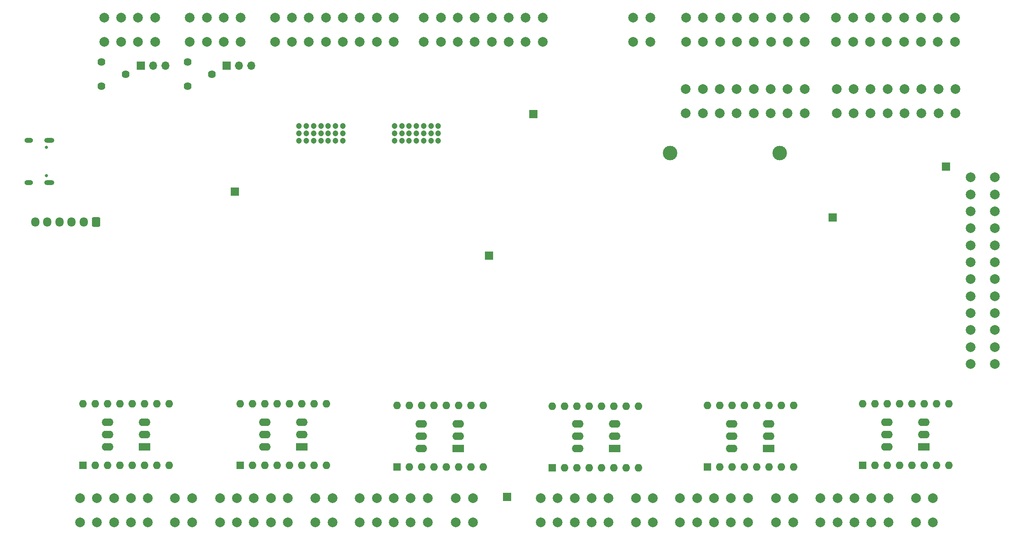
<source format=gbs>
G04 #@! TF.GenerationSoftware,KiCad,Pcbnew,8.0.2*
G04 #@! TF.CreationDate,2024-05-03T17:38:01+02:00*
G04 #@! TF.ProjectId,FluidNC,466c7569-644e-4432-9e6b-696361645f70,rev?*
G04 #@! TF.SameCoordinates,Original*
G04 #@! TF.FileFunction,Soldermask,Bot*
G04 #@! TF.FilePolarity,Negative*
%FSLAX46Y46*%
G04 Gerber Fmt 4.6, Leading zero omitted, Abs format (unit mm)*
G04 Created by KiCad (PCBNEW 8.0.2) date 2024-05-03 17:38:01*
%MOMM*%
%LPD*%
G01*
G04 APERTURE LIST*
G04 Aperture macros list*
%AMRoundRect*
0 Rectangle with rounded corners*
0 $1 Rounding radius*
0 $2 $3 $4 $5 $6 $7 $8 $9 X,Y pos of 4 corners*
0 Add a 4 corners polygon primitive as box body*
4,1,4,$2,$3,$4,$5,$6,$7,$8,$9,$2,$3,0*
0 Add four circle primitives for the rounded corners*
1,1,$1+$1,$2,$3*
1,1,$1+$1,$4,$5*
1,1,$1+$1,$6,$7*
1,1,$1+$1,$8,$9*
0 Add four rect primitives between the rounded corners*
20,1,$1+$1,$2,$3,$4,$5,0*
20,1,$1+$1,$4,$5,$6,$7,0*
20,1,$1+$1,$6,$7,$8,$9,0*
20,1,$1+$1,$8,$9,$2,$3,0*%
G04 Aperture macros list end*
%ADD10C,2.000000*%
%ADD11C,0.650000*%
%ADD12O,2.100000X1.000000*%
%ADD13O,1.800000X1.000000*%
%ADD14C,1.620000*%
%ADD15C,1.200000*%
%ADD16R,2.400000X1.600000*%
%ADD17O,2.400000X1.600000*%
%ADD18R,1.600000X1.600000*%
%ADD19O,1.600000X1.600000*%
%ADD20RoundRect,0.250000X0.600000X0.725000X-0.600000X0.725000X-0.600000X-0.725000X0.600000X-0.725000X0*%
%ADD21O,1.700000X1.950000*%
%ADD22R,1.700000X1.700000*%
%ADD23C,3.000000*%
%ADD24O,1.700000X1.700000*%
G04 APERTURE END LIST*
D10*
X77104000Y-12620000D03*
X77104000Y-7620000D03*
X73604000Y-12620000D03*
X73604000Y-7620000D03*
X70104000Y-12620000D03*
X70104000Y-7620000D03*
X66604000Y-12620000D03*
X66604000Y-7620000D03*
X63104000Y-12620000D03*
X63104000Y-7620000D03*
X59604000Y-12620000D03*
X59604000Y-7620000D03*
X56104000Y-12620000D03*
X56104000Y-7620000D03*
X52604000Y-12620000D03*
X52604000Y-7620000D03*
X12416000Y-106760000D03*
X12416000Y-111760000D03*
X15916000Y-106760000D03*
X15916000Y-111760000D03*
X19416000Y-106760000D03*
X19416000Y-111760000D03*
X22916000Y-106760000D03*
X22916000Y-111760000D03*
X26416000Y-106760000D03*
X26416000Y-111760000D03*
D11*
X5505500Y-34420000D03*
X5505500Y-40200000D03*
D12*
X6025500Y-32990000D03*
D13*
X1825500Y-32990000D03*
D12*
X6025500Y-41630000D03*
D13*
X1825500Y-41630000D03*
D10*
X107412000Y-106760000D03*
X107412000Y-111760000D03*
X110912000Y-106760000D03*
X110912000Y-111760000D03*
X114412000Y-106760000D03*
X114412000Y-111760000D03*
X117912000Y-106760000D03*
X117912000Y-111760000D03*
X121412000Y-106760000D03*
X121412000Y-111760000D03*
D14*
X34624000Y-21804000D03*
X39624000Y-19304000D03*
X34624000Y-16804000D03*
D10*
X70104000Y-106760000D03*
X70104000Y-111760000D03*
X73604000Y-106760000D03*
X73604000Y-111760000D03*
X77104000Y-106760000D03*
X77104000Y-111760000D03*
X80604000Y-106760000D03*
X80604000Y-111760000D03*
X84104000Y-106760000D03*
X84104000Y-111760000D03*
X60960000Y-106760000D03*
X60960000Y-111760000D03*
X64460000Y-106760000D03*
X64460000Y-111760000D03*
D15*
X77264000Y-30000000D03*
X77264000Y-31500000D03*
X77264000Y-33000000D03*
X78764000Y-30000000D03*
X78764000Y-31500000D03*
X78764000Y-33000000D03*
X80264000Y-30000000D03*
X80264000Y-31500000D03*
X80264000Y-33000000D03*
X81764000Y-30000000D03*
X81764000Y-31500000D03*
X81764000Y-33000000D03*
X83264000Y-30000000D03*
X83264000Y-31500000D03*
X83264000Y-33000000D03*
X84764000Y-30000000D03*
X84764000Y-31500000D03*
X84764000Y-33000000D03*
X86264000Y-30000000D03*
X86264000Y-31500000D03*
X86264000Y-33000000D03*
D10*
X127056000Y-106760000D03*
X127056000Y-111760000D03*
X130556000Y-106760000D03*
X130556000Y-111760000D03*
D16*
X58156000Y-96210000D03*
D17*
X58156000Y-93670000D03*
X58156000Y-91130000D03*
X50536000Y-91130000D03*
X50536000Y-93670000D03*
X50536000Y-96210000D03*
D10*
X161884000Y-12620000D03*
X161884000Y-7620000D03*
X158384000Y-12620000D03*
X158384000Y-7620000D03*
X154884000Y-12620000D03*
X154884000Y-7620000D03*
X151384000Y-12620000D03*
X151384000Y-7620000D03*
X147884000Y-12620000D03*
X147884000Y-7620000D03*
X144384000Y-12620000D03*
X144384000Y-7620000D03*
X140884000Y-12620000D03*
X140884000Y-7620000D03*
X137384000Y-12620000D03*
X137384000Y-7620000D03*
X41260000Y-106760000D03*
X41260000Y-111760000D03*
X44760000Y-106760000D03*
X44760000Y-111760000D03*
X48260000Y-106760000D03*
X48260000Y-111760000D03*
X51760000Y-106760000D03*
X51760000Y-111760000D03*
X55260000Y-106760000D03*
X55260000Y-111760000D03*
D16*
X154432000Y-96520000D03*
D17*
X154432000Y-93980000D03*
X154432000Y-91440000D03*
X146812000Y-91440000D03*
X146812000Y-93980000D03*
X146812000Y-96520000D03*
D10*
X45552000Y-12620000D03*
X45552000Y-7620000D03*
X42052000Y-12620000D03*
X42052000Y-7620000D03*
X38552000Y-12620000D03*
X38552000Y-7620000D03*
X35052000Y-12620000D03*
X35052000Y-7620000D03*
X129992000Y-12620000D03*
X129992000Y-7620000D03*
X126492000Y-12620000D03*
X126492000Y-7620000D03*
D18*
X13000000Y-100000000D03*
D19*
X15540000Y-100000000D03*
X18080000Y-100000000D03*
X20620000Y-100000000D03*
X23160000Y-100000000D03*
X25700000Y-100000000D03*
X28240000Y-100000000D03*
X30780000Y-100000000D03*
X30780000Y-87300000D03*
X28240000Y-87300000D03*
X25700000Y-87300000D03*
X23160000Y-87300000D03*
X20620000Y-87300000D03*
X18080000Y-87300000D03*
X15540000Y-87300000D03*
X13000000Y-87300000D03*
D18*
X109812000Y-100508000D03*
D19*
X112352000Y-100508000D03*
X114892000Y-100508000D03*
X117432000Y-100508000D03*
X119972000Y-100508000D03*
X122512000Y-100508000D03*
X125052000Y-100508000D03*
X127592000Y-100508000D03*
X127592000Y-87808000D03*
X125052000Y-87808000D03*
X122512000Y-87808000D03*
X119972000Y-87808000D03*
X117432000Y-87808000D03*
X114892000Y-87808000D03*
X112352000Y-87808000D03*
X109812000Y-87808000D03*
D20*
X15668000Y-49784000D03*
D21*
X13168000Y-49784000D03*
X10668000Y-49784000D03*
X8168000Y-49784000D03*
X5668000Y-49784000D03*
X3168000Y-49784000D03*
D22*
X105900000Y-27500000D03*
D16*
X122672000Y-96530000D03*
D17*
X122672000Y-93990000D03*
X122672000Y-91450000D03*
X115052000Y-91450000D03*
X115052000Y-93990000D03*
X115052000Y-96530000D03*
D23*
X134100000Y-35600000D03*
X156700000Y-35600000D03*
D22*
X44300000Y-43500000D03*
D10*
X196044000Y-79102000D03*
X201044000Y-79102000D03*
X196044000Y-75602000D03*
X201044000Y-75602000D03*
X196044000Y-72102000D03*
X201044000Y-72102000D03*
X196044000Y-68602000D03*
X201044000Y-68602000D03*
X196044000Y-65102000D03*
X201044000Y-65102000D03*
X196044000Y-61602000D03*
X201044000Y-61602000D03*
X196044000Y-58102000D03*
X201044000Y-58102000D03*
X196044000Y-54602000D03*
X201044000Y-54602000D03*
X196044000Y-51102000D03*
X201044000Y-51102000D03*
X196044000Y-47602000D03*
X201044000Y-47602000D03*
X196044000Y-44102000D03*
X201044000Y-44102000D03*
X196044000Y-40602000D03*
X201044000Y-40602000D03*
D22*
X167600000Y-48900000D03*
X42672000Y-17526000D03*
D24*
X45212000Y-17526000D03*
X47752000Y-17526000D03*
D22*
X191000000Y-38400000D03*
D18*
X77734000Y-100310000D03*
D19*
X80274000Y-100310000D03*
X82814000Y-100310000D03*
X85354000Y-100310000D03*
X87894000Y-100310000D03*
X90434000Y-100310000D03*
X92974000Y-100310000D03*
X95514000Y-100310000D03*
X95514000Y-87610000D03*
X92974000Y-87610000D03*
X90434000Y-87610000D03*
X87894000Y-87610000D03*
X85354000Y-87610000D03*
X82814000Y-87610000D03*
X80274000Y-87610000D03*
X77734000Y-87610000D03*
D10*
X184778000Y-106760000D03*
X184778000Y-111760000D03*
X188278000Y-106760000D03*
X188278000Y-111760000D03*
X155956000Y-106760000D03*
X155956000Y-111760000D03*
X159456000Y-106760000D03*
X159456000Y-111760000D03*
D22*
X100500000Y-106500000D03*
D10*
X165100000Y-106760000D03*
X165100000Y-111760000D03*
X168600000Y-106760000D03*
X168600000Y-111760000D03*
X172100000Y-106760000D03*
X172100000Y-111760000D03*
X175600000Y-106760000D03*
X175600000Y-111760000D03*
X179100000Y-106760000D03*
X179100000Y-111760000D03*
D14*
X16804000Y-21804000D03*
X21804000Y-19304000D03*
X16804000Y-16804000D03*
D18*
X45466000Y-100000000D03*
D19*
X48006000Y-100000000D03*
X50546000Y-100000000D03*
X53086000Y-100000000D03*
X55626000Y-100000000D03*
X58166000Y-100000000D03*
X60706000Y-100000000D03*
X63246000Y-100000000D03*
X63246000Y-87300000D03*
X60706000Y-87300000D03*
X58166000Y-87300000D03*
X55626000Y-87300000D03*
X53086000Y-87300000D03*
X50546000Y-87300000D03*
X48006000Y-87300000D03*
X45466000Y-87300000D03*
D15*
X57572000Y-30000000D03*
X57572000Y-31500000D03*
X57572000Y-33000000D03*
X59072000Y-30000000D03*
X59072000Y-31500000D03*
X59072000Y-33000000D03*
X60572000Y-30000000D03*
X60572000Y-31500000D03*
X60572000Y-33000000D03*
X62072000Y-30000000D03*
X62072000Y-31500000D03*
X62072000Y-33000000D03*
X63572000Y-30000000D03*
X63572000Y-31500000D03*
X63572000Y-33000000D03*
X65072000Y-30000000D03*
X65072000Y-31500000D03*
X65072000Y-33000000D03*
X66572000Y-30000000D03*
X66572000Y-31500000D03*
X66572000Y-33000000D03*
D10*
X161828000Y-27352000D03*
X161828000Y-22352000D03*
X158328000Y-27352000D03*
X158328000Y-22352000D03*
X154828000Y-27352000D03*
X154828000Y-22352000D03*
X151328000Y-27352000D03*
X151328000Y-22352000D03*
X147828000Y-27352000D03*
X147828000Y-22352000D03*
X144328000Y-27352000D03*
X144328000Y-22352000D03*
X140828000Y-27352000D03*
X140828000Y-22352000D03*
X137328000Y-27352000D03*
X137328000Y-22352000D03*
D16*
X186436000Y-96210000D03*
D17*
X186436000Y-93670000D03*
X186436000Y-91130000D03*
X178816000Y-91130000D03*
X178816000Y-93670000D03*
X178816000Y-96210000D03*
D22*
X96700000Y-56700000D03*
D16*
X25690000Y-96210000D03*
D17*
X25690000Y-93670000D03*
X25690000Y-91130000D03*
X18070000Y-91130000D03*
X18070000Y-93670000D03*
X18070000Y-96210000D03*
D18*
X173746000Y-100000000D03*
D19*
X176286000Y-100000000D03*
X178826000Y-100000000D03*
X181366000Y-100000000D03*
X183906000Y-100000000D03*
X186446000Y-100000000D03*
X188986000Y-100000000D03*
X191526000Y-100000000D03*
X191526000Y-87300000D03*
X188986000Y-87300000D03*
X186446000Y-87300000D03*
X183906000Y-87300000D03*
X181366000Y-87300000D03*
X178826000Y-87300000D03*
X176286000Y-87300000D03*
X173746000Y-87300000D03*
D10*
X192928000Y-27352000D03*
X192928000Y-22352000D03*
X189428000Y-27352000D03*
X189428000Y-22352000D03*
X185928000Y-27352000D03*
X185928000Y-22352000D03*
X182428000Y-27352000D03*
X182428000Y-22352000D03*
X178928000Y-27352000D03*
X178928000Y-22352000D03*
X175428000Y-27352000D03*
X175428000Y-22352000D03*
X171928000Y-27352000D03*
X171928000Y-22352000D03*
X168428000Y-27352000D03*
X168428000Y-22352000D03*
X107812000Y-12620000D03*
X107812000Y-7620000D03*
X104312000Y-12620000D03*
X104312000Y-7620000D03*
X100812000Y-12620000D03*
X100812000Y-7620000D03*
X97312000Y-12620000D03*
X97312000Y-7620000D03*
X93812000Y-12620000D03*
X93812000Y-7620000D03*
X90312000Y-12620000D03*
X90312000Y-7620000D03*
X86812000Y-12620000D03*
X86812000Y-7620000D03*
X83312000Y-12620000D03*
X83312000Y-7620000D03*
D22*
X24907000Y-17526000D03*
D24*
X27447000Y-17526000D03*
X29987000Y-17526000D03*
D10*
X136144000Y-106760000D03*
X136144000Y-111760000D03*
X139644000Y-106760000D03*
X139644000Y-111760000D03*
X143144000Y-106760000D03*
X143144000Y-111760000D03*
X146644000Y-106760000D03*
X146644000Y-111760000D03*
X150144000Y-106760000D03*
X150144000Y-111760000D03*
X32004000Y-106760000D03*
X32004000Y-111760000D03*
X35504000Y-106760000D03*
X35504000Y-111760000D03*
X89916000Y-106760000D03*
X89916000Y-111760000D03*
X93416000Y-106760000D03*
X93416000Y-111760000D03*
X192816000Y-12620000D03*
X192816000Y-7620000D03*
X189316000Y-12620000D03*
X189316000Y-7620000D03*
X185816000Y-12620000D03*
X185816000Y-7620000D03*
X182316000Y-12620000D03*
X182316000Y-7620000D03*
X178816000Y-12620000D03*
X178816000Y-7620000D03*
X175316000Y-12620000D03*
X175316000Y-7620000D03*
X171816000Y-12620000D03*
X171816000Y-7620000D03*
X168316000Y-12620000D03*
X168316000Y-7620000D03*
D16*
X90424000Y-96520000D03*
D17*
X90424000Y-93980000D03*
X90424000Y-91440000D03*
X82804000Y-91440000D03*
X82804000Y-93980000D03*
X82804000Y-96520000D03*
D18*
X141742000Y-100310000D03*
D19*
X144282000Y-100310000D03*
X146822000Y-100310000D03*
X149362000Y-100310000D03*
X151902000Y-100310000D03*
X154442000Y-100310000D03*
X156982000Y-100310000D03*
X159522000Y-100310000D03*
X159522000Y-87610000D03*
X156982000Y-87610000D03*
X154442000Y-87610000D03*
X151902000Y-87610000D03*
X149362000Y-87610000D03*
X146822000Y-87610000D03*
X144282000Y-87610000D03*
X141742000Y-87610000D03*
D10*
X27884000Y-12620000D03*
X27884000Y-7620000D03*
X24384000Y-12620000D03*
X24384000Y-7620000D03*
X20884000Y-12620000D03*
X20884000Y-7620000D03*
X17384000Y-12620000D03*
X17384000Y-7620000D03*
M02*

</source>
